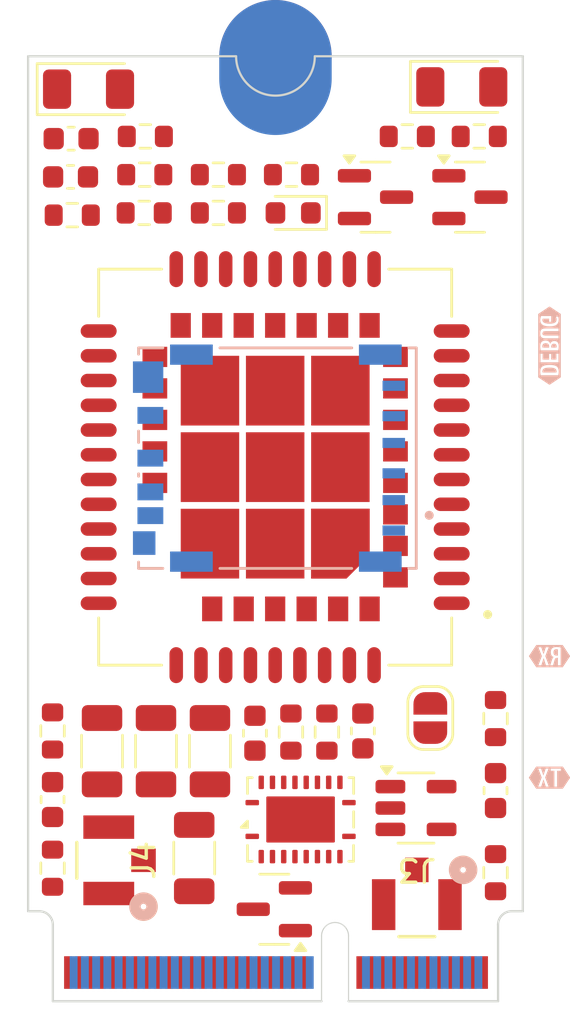
<source format=kicad_pcb>
(kicad_pcb (version 20240108) (generator "pcbnew") (generator_version "8.0")
  (layers (0 "F.Cu" signal) (1 "In1.Cu" signal) (2 "In2.Cu" signal) (31 "B.Cu" signal) (34 "B.Paste" user) (35 "F.Paste" user) (36 "B.SilkS" user "B.Silkscreen") (37 "F.SilkS" user "F.Silkscreen") (38 "B.Mask" user) (39 "F.Mask" user) (44 "Edge.Cuts" user))
  (net 0 "")
  (net 1 "GND")
  (net 3 "Net-(C7-Pad2)")
  (net 4 "GNSS_ANT")
  (net 5 "+1V8")
  (net 6 "SIM_VDD")
  (net 7 "Net-(D1-K)")
  (net 8 "Net-(D2-A)")
  (net 9 "Net-(D2-K)")
  (net 10 "SIM_DATA")
  (net 11 "SIM_CLK")
  (net 12 "SIM_RST")
  (net 13 "Net-(D4-K)")
  (net 14 "Net-(D4-A)")
  (net 18 "+3V3")
  (net 59 "Net-(JP1-A)")
  (net 60 "Net-(JP1-B)")
  (net 61 "Net-(Q1-B)")
  (net 62 "Net-(Q2-B)")
  (net 63 "PWR_KEY")
  (net 64 "Net-(Q3-B)")
  (net 65 "NETLIGHT")
  (net 66 "RF_ANT")
  (net 67 "SIM7080G_SCL")
  (net 68 "SIM7080G_SDA")
  (net 69 "STATUS")
  (net 70 "SIM7080G_PWR")
  (net 72 "SIM7080G_RXD")
  (net 73 "SIM7080G_TXD")
  (net 95 "UART1_RXD")
  (net 103 "UART1_TXD")
  (net 118 "Net-(J4-Pad1)")
  (footprint "Capacitor_SMD:C_0603_1608Metric" (layer "F.Cu") (at 84.1 54.9)
    (property "Reference" "C12" (hide yes))
    (property "Value" "0.1uF" (hide yes))
    (pad "1" smd roundrect (at -0.775 0) (size 0.9 0.95) (layers "F.Cu" "F.Paste" "F.Mask") (net 6 "SIM_VDD"))
    (pad "2" smd roundrect (at 0.775 0) (size 0.9 0.95) (layers "F.Cu" "F.Paste" "F.Mask") (net 1 "GND"))
  )
  (footprint "Resistor_SMD:R_0603_1608Metric" (layer "F.Cu") (at 93.925 54.8)
    (property "Reference" "R12" (hide yes))
    (property "Value" "100" (hide yes))
    (pad "1" smd roundrect (at -0.825 0) (size 0.8 0.95) (layers "F.Cu" "F.Paste" "F.Mask") (net 5 "+1V8"))
    (pad "2" smd roundrect (at 0.825 0) (size 0.8 0.95) (layers "F.Cu" "F.Paste" "F.Mask") (net 14 "Net-(D4-A)"))
  )
  (footprint "Capacitor_SMD:C_1206_3216Metric" (layer "F.Cu") (at 85.5 80.425 -90)
    (property "Reference" "C13" (hide yes))
    (property "Value" "100uF" (hide yes))
    (pad "1" smd roundrect (at -1.475 0 270) (size 1.15 1.8) (layers "F.Cu" "F.Paste" "F.Mask") (roundrect_rratio 0.217391) (net 18 "+3V3"))
    (pad "2" smd roundrect (at 1.475 0 270) (size 1.15 1.8) (layers "F.Cu" "F.Paste" "F.Mask") (roundrect_rratio 0.217391) (net 1 "GND"))
  )
  (footprint "Resistor_SMD:R_0603_1608Metric" (layer "F.Cu") (at 87.425 53.1)
    (property "Reference" "R7" (hide yes))
    (property "Value" "0K" (hide yes))
    (pad "1" smd roundrect (at -0.825 0) (size 0.8 0.95) (layers "F.Cu" "F.Paste" "F.Mask") (net 118 "Net-(J4-Pad1)"))
    (pad "2" smd roundrect (at 0.825 0) (size 0.8 0.95) (layers "F.Cu" "F.Paste" "F.Mask") (net 66 "RF_ANT"))
  )
  (footprint "Capacitor_SMD:C_1206_3216Metric" (layer "F.Cu") (at 89.6 85.175 90)
    (property "Reference" "C1" (hide yes))
    (property "Value" "100uF" (hide yes))
    (pad "1" smd roundrect (at -1.475 0 90) (size 1.15 1.8) (layers "F.Cu" "F.Paste" "F.Mask") (roundrect_rratio 0.217391) (net 18 "+3V3"))
    (pad "2" smd roundrect (at 1.475 0 90) (size 1.15 1.8) (layers "F.Cu" "F.Paste" "F.Mask") (roundrect_rratio 0.217391) (net 18 "+3V3"))
  )
  (footprint "Resistor_SMD:R_0603_1608Metric" (layer "F.Cu") (at 95.5 79.575 -90)
    (property "Reference" "R9" (hide yes))
    (property "Value" "47K" (hide yes))
    (pad "1" smd roundrect (at -0.825 0 270) (size 0.8 0.95) (layers "F.Cu" "F.Paste" "F.Mask") (net 1 "GND"))
    (pad "2" smd roundrect (at 0.825 0 270) (size 0.8 0.95) (layers "F.Cu" "F.Paste" "F.Mask") (net 61 "Net-(Q1-B)"))
  )
  (footprint "Package_TO_SOT_SMD:SOT-23-5" (layer "F.Cu") (at 99.4625 82.95)
    (property "Reference" "D3" (hide yes))
    (property "Value" "ESDA6V1SC5" (hide yes))
    (pad "1" smd roundrect (at -1.1375 -0.95) (size 1.325 0.6) (layers "F.Cu" "F.Paste" "F.Mask") (net 11 "SIM_CLK"))
    (pad "2" smd roundrect (at -1.1375 0) (size 1.325 0.6) (layers "F.Cu" "F.Paste" "F.Mask") (net 1 "GND"))
    (pad "3" smd roundrect (at -1.1375 0.95) (size 1.325 0.6) (layers "F.Cu" "F.Paste" "F.Mask") (net 10 "SIM_DATA"))
    (pad "4" smd roundrect (at 1.1375 0.95) (size 1.325 0.6) (layers "F.Cu" "F.Paste" "F.Mask") (net 12 "SIM_RST"))
    (pad "5" smd roundrect (at 1.1375 -0.95) (size 1.325 0.6) (layers "F.Cu" "F.Paste" "F.Mask") (net 6 "SIM_VDD"))
  )
  (footprint "Package_DFN_QFN:Texas_RGY_R-PVQFN-N20_EP2.05x3.05mm" (layer "F.Cu") (at 94.33 83.46 90)
    (property "Reference" "U3" (hide yes))
    (property "Value" "TXB0108RGY" (hide yes))
    (pad "1" smd roundrect (at -0.75 -2.15 180) (size 0.6 0.24) (layers "F.Cu" "F.Paste" "F.Mask") (roundrect_rratio 0.2083333333) (net 103 "UART1_TXD"))
    (pad "2" smd roundrect (at -1.65 -1.75 90) (size 0.6 0.24) (layers "F.Cu" "F.Paste" "F.Mask") (roundrect_rratio 0.2083333333) (net 5 "+1V8"))
    (pad "3" smd roundrect (at -1.65 -1.25 90) (size 0.6 0.24) (layers "F.Cu" "F.Paste" "F.Mask") (roundrect_rratio 0.2083333333) (net 95 "UART1_RXD"))
    (pad "4" smd roundrect (at -1.65 -0.75 90) (size 0.6 0.24) (layers "F.Cu" "F.Paste" "F.Mask") (roundrect_rratio 0.2083333333))
    (pad "5" smd roundrect (at -1.65 -0.25 90) (size 0.6 0.24) (layers "F.Cu" "F.Paste" "F.Mask") (roundrect_rratio 0.2083333333))
    (pad "6" smd roundrect (at -1.65 0.25 90) (size 0.6 0.24) (layers "F.Cu" "F.Paste" "F.Mask") (roundrect_rratio 0.2083333333))
    (pad "7" smd roundrect (at -1.65 0.75 90) (size 0.6 0.24) (layers "F.Cu" "F.Paste" "F.Mask") (roundrect_rratio 0.2083333333))
    (pad "8" smd roundrect (at -1.65 1.25 90) (size 0.6 0.24) (layers "F.Cu" "F.Paste" "F.Mask") (roundrect_rratio 0.2083333333))
    (pad "9" smd roundrect (at -1.65 1.75 90) (size 0.6 0.24) (layers "F.Cu" "F.Paste" "F.Mask") (roundrect_rratio 0.2083333333))
    (pad "10" smd roundrect (at -0.75 2.15 180) (size 0.6 0.24) (layers "F.Cu" "F.Paste" "F.Mask") (roundrect_rratio 0.2083333333) (net 5 "+1V8"))
    (pad "11" smd roundrect (at 0.75 2.15 180) (size 0.6 0.24) (layers "F.Cu" "F.Paste" "F.Mask") (roundrect_rratio 0.2083333333) (net 1 "GND"))
    (pad "12" smd roundrect (at 1.65 1.75 90) (size 0.6 0.24) (layers "F.Cu" "F.Paste" "F.Mask") (roundrect_rratio 0.2083333333))
    (pad "13" smd roundrect (at 1.65 1.25 90) (size 0.6 0.24) (layers "F.Cu" "F.Paste" "F.Mask") (roundrect_rratio 0.2083333333))
    (pad "14" smd roundrect (at 1.65 0.75 90) (size 0.6 0.24) (layers "F.Cu" "F.Paste" "F.Mask") (roundrect_rratio 0.2083333333))
    (pad "15" smd roundrect (at 1.65 0.25 90) (size 0.6 0.24) (layers "F.Cu" "F.Paste" "F.Mask") (roundrect_rratio 0.2083333333))
    (pad "16" smd roundrect (at 1.65 -0.25 90) (size 0.6 0.24) (layers "F.Cu" "F.Paste" "F.Mask") (roundrect_rratio 0.2083333333))
    (pad "17" smd roundrect (at 1.65 -0.75 90) (size 0.6 0.24) (layers "F.Cu" "F.Paste" "F.Mask") (roundrect_rratio 0.2083333333))
    (pad "18" smd roundrect (at 1.65 -1.25 90) (size 0.6 0.24) (layers "F.Cu" "F.Paste" "F.Mask") (roundrect_rratio 0.2083333333) (net 72 "SIM7080G_RXD"))
    (pad "19" smd roundrect (at 1.65 -1.75 90) (size 0.6 0.24) (layers "F.Cu" "F.Paste" "F.Mask") (roundrect_rratio 0.2083333333) (net 18 "+3V3"))
    (pad "20" smd roundrect (at 0.75 -2.15 180) (size 0.6 0.24) (layers "F.Cu" "F.Paste" "F.Mask") (roundrect_rratio 0.2083333333) (net 73 "SIM7080G_TXD"))
    (pad "21" smd roundrect (at 0 0 90) (size 2.05 3.05) (layers "F.Cu" "F.Mask") (roundrect_rratio 0.0243902439) (net 1 "GND"))
  )
  (footprint "Package_TO_SOT_SMD:SOT-23" (layer "F.Cu") (at 101.8625 55.8)
    (property "Reference" "Q2" (hide yes))
    (property "Value" "SS8050" (hide yes))
    (pad "1" smd roundrect (at -0.9375 -0.95) (size 1.475 0.6) (layers "F.Cu" "F.Paste" "F.Mask") (net 62 "Net-(Q2-B)"))
    (pad "2" smd roundrect (at -0.9375 0.95) (size 1.475 0.6) (layers "F.Cu" "F.Paste" "F.Mask") (net 1 "GND"))
    (pad "3" smd roundrect (at 0.9375 0) (size 1.475 0.6) (layers "F.Cu" "F.Paste" "F.Mask") (net 13 "Net-(D4-K)"))
  )
  (footprint "Resistor_SMD:R_0603_1608Metric" (layer "F.Cu") (at 83.3 85.625 90)
    (property "Reference" "R1" (hide yes))
    (property "Value" "100" (hide yes))
    (pad "1" smd roundrect (at -0.825 0 90) (size 0.8 0.95) (layers "F.Cu" "F.Paste" "F.Mask") (net 7 "Net-(D1-K)"))
    (pad "2" smd roundrect (at 0.825 0 90) (size 0.8 0.95) (layers "F.Cu" "F.Paste" "F.Mask") (net 1 "GND"))
  )
  (footprint "LED_SMD:LED_0603_1608Metric" (layer "F.Cu") (at 94 56.5 180)
    (property "Reference" "D1" (hide yes))
    (property "Value" "LED" (hide yes))
    (pad "1" smd roundrect (at -0.7875 0 180) (size 0.875 0.95) (layers "F.Cu" "F.Paste" "F.Mask") (net 7 "Net-(D1-K)"))
    (pad "2" smd roundrect (at 0.7875 0 180) (size 0.875 0.95) (layers "F.Cu" "F.Paste" "F.Mask") (net 18 "+3V3"))
  )
  (footprint "SIM7080G:XCVR_SIM7080G" (layer "F.Cu") (at 93.2 67.8 180)
    (property "Reference" "U2" (hide yes))
    (property "Value" "SIM7080G" (hide yes))
    (pad "1" smd oval (at -7.85 -6.05 180) (size 1.6 0.6) (layers "F.Cu" "F.Mask") (net 103 "UART1_TXD"))
    (pad "2" smd oval (at -7.85 -4.95 180) (size 1.6 0.6) (layers "F.Cu" "F.Mask") (net 95 "UART1_RXD"))
    (pad "3" smd oval (at -7.85 -3.85 180) (size 1.6 0.6) (layers "F.Cu" "F.Mask"))
    (pad "4" smd oval (at -7.85 -2.75 180) (size 1.6 0.6) (layers "F.Cu" "F.Mask"))
    (pad "5" smd oval (at -7.85 -1.65 180) (size 1.6 0.6) (layers "F.Cu" "F.Mask"))
    (pad "6" smd oval (at -7.85 -0.55 180) (size 1.6 0.6) (layers "F.Cu" "F.Mask"))
    (pad "7" smd oval (at -7.85 0.55 180) (size 1.6 0.6) (layers "F.Cu" "F.Mask"))
    (pad "8" smd oval (at -7.85 1.65 180) (size 1.6 0.6) (layers "F.Cu" "F.Mask") (net 1 "GND"))
    (pad "9" smd oval (at -7.85 2.75 180) (size 1.6 0.6) (layers "F.Cu" "F.Mask"))
    (pad "10" smd oval (at -7.85 3.85 180) (size 1.6 0.6) (layers "F.Cu" "F.Mask"))
    (pad "11" smd oval (at -7.85 4.95 180) (size 1.6 0.6) (layers "F.Cu" "F.Mask"))
    (pad "12" smd oval (at -7.85 6.05 180) (size 1.6 0.6) (layers "F.Cu" "F.Mask"))
    (pad "13" smd oval (at -4.4 8.8 180) (size 0.6 1.6) (layers "F.Cu" "F.Mask") (net 1 "GND"))
    (pad "14" smd oval (at -3.3 8.8 180) (size 0.6 1.6) (layers "F.Cu" "F.Mask"))
    (pad "15" smd oval (at -2.2 8.8 180) (size 0.6 1.6) (layers "F.Cu" "F.Mask") (net 10 "SIM_DATA"))
    (pad "16" smd oval (at -1.1 8.8 180) (size 0.6 1.6) (layers "F.Cu" "F.Mask") (net 11 "SIM_CLK"))
    (pad "17" smd oval (at 0 8.8 180) (size 0.6 1.6) (layers "F.Cu" "F.Mask") (net 12 "SIM_RST"))
    (pad "18" smd oval (at 1.1 8.8 180) (size 0.6 1.6) (layers "F.Cu" "F.Mask") (net 6 "SIM_VDD"))
    (pad "19" smd oval (at 2.2 8.8 180) (size 0.6 1.6) (layers "F.Cu" "F.Mask") (net 1 "GND"))
    (pad "20" smd oval (at 3.3 8.8 180) (size 0.6 1.6) (layers "F.Cu" "F.Mask") (net 60 "Net-(JP1-B)"))
    (pad "21" smd oval (at 4.4 8.8 180) (size 0.6 1.6) (layers "F.Cu" "F.Mask") (net 1 "GND"))
    (pad "22" smd oval (at 7.85 6.05 180) (size 1.6 0.6) (layers "F.Cu" "F.Mask"))
    (pad "23" smd oval (at 7.85 4.95 180) (size 1.6 0.6) (layers "F.Cu" "F.Mask"))
    (pad "24" smd oval (at 7.85 3.85 180) (size 1.6 0.6) (layers "F.Cu" "F.Mask"))
    (pad "25" smd oval (at 7.85 2.75 180) (size 1.6 0.6) (layers "F.Cu" "F.Mask"))
    (pad "26" smd oval (at 7.85 1.65 180) (size 1.6 0.6) (layers "F.Cu" "F.Mask"))
    (pad "27" smd oval (at 7.85 0.55 180) (size 1.6 0.6) (layers "F.Cu" "F.Mask") (net 1 "GND"))
    (pad "28" smd oval (at 7.85 -0.55 180) (size 1.6 0.6) (layers "F.Cu" "F.Mask"))
    (pad "29" smd oval (at 7.85 -1.65 180) (size 1.6 0.6) (layers "F.Cu" "F.Mask"))
    (pad "30" smd oval (at 7.85 -2.75 180) (size 1.6 0.6) (layers "F.Cu" "F.Mask") (net 1 "GND"))
    (pad "31" smd oval (at 7.85 -3.85 180) (size 1.6 0.6) (layers "F.Cu" "F.Mask") (net 1 "GND"))
    (pad "32" smd oval (at 7.85 -4.95 180) (size 1.6 0.6) (layers "F.Cu" "F.Mask") (net 66 "RF_ANT"))
    (pad "33" smd oval (at 7.85 -6.05 180) (size 1.6 0.6) (layers "F.Cu" "F.Mask") (net 1 "GND"))
    (pad "34" smd oval (at 4.4 -8.8 180) (size 0.6 1.6) (layers "F.Cu" "F.Mask") (net 18 "+3V3"))
    (pad "35" smd oval (at 3.3 -8.8 180) (size 0.6 1.6) (layers "F.Cu" "F.Mask") (net 18 "+3V3"))
    (pad "36" smd oval (at 2.2 -8.8 180) (size 0.6 1.6) (layers "F.Cu" "F.Mask") (net 1 "GND"))
    (pad "37" smd oval (at 1.1 -8.8 180) (size 0.6 1.6) (layers "F.Cu" "F.Mask") (net 1 "GND"))
    (pad "38" smd oval (at 0 -8.8 180) (size 0.6 1.6) (layers "F.Cu" "F.Mask"))
    (pad "39" smd oval (at -1.1 -8.8 180) (size 0.6 1.6) (layers "F.Cu" "F.Mask") (net 63 "PWR_KEY"))
    (pad "40" smd oval (at -2.2 -8.8 180) (size 0.6 1.6) (layers "F.Cu" "F.Mask") (net 5 "+1V8"))
    (pad "41" smd oval (at -3.3 -8.8 180) (size 0.6 1.6) (layers "F.Cu" "F.Mask") (net 65 "NETLIGHT"))
    (pad "42" smd oval (at -4.4 -8.8 180) (size 0.6 1.6) (layers "F.Cu" "F.Mask") (net 69 "STATUS"))
    (pad "43" smd rect (at -5.35 -4.9 180) (size 1.1 0.9) (layers "F.Cu" "F.Mask"))
    (pad "44" smd rect (at -5.35 -3.5 180) (size 1.1 0.9) (layers "F.Cu" "F.Mask"))
    (pad "45" smd rect (at -5.35 -2.1 180) (size 1.1 0.9) (layers "F.Cu" "F.Mask") (net 1 "GND"))
    (pad "46" smd rect (at -5.35 -0.7 180) (size 1.1 0.9) (layers "F.Cu" "F.Mask"))
    (pad "47" smd rect (at -5.35 0.7 180) (size 1.1 0.9) (layers "F.Cu" "F.Mask"))
    (pad "48" smd rect (at -5.35 2.1 180) (size 1.1 0.9) (layers "F.Cu" "F.Mask"))
    (pad "49" smd rect (at -5.35 3.5 180) (size 1.1 0.9) (layers "F.Cu" "F.Mask"))
    (pad "50" smd rect (at -5.35 4.9 180) (size 1.1 0.9) (layers "F.Cu" "F.Mask"))
    (pad "51" smd rect (at -4.2 6.3 180) (size 0.9 1.1) (layers "F.Cu" "F.Mask"))
    (pad "52" smd rect (at -2.8 6.3 180) (size 0.9 1.1) (layers "F.Cu" "F.Mask"))
    (pad "53" smd rect (at -1.4 6.3 180) (size 0.9 1.1) (layers "F.Cu" "F.Mask"))
    (pad "54" smd rect (at 0 6.3 180) (size 0.9 1.1) (layers "F.Cu" "F.Mask"))
    (pad "55" smd rect (at 1.4 6.3 180) (size 0.9 1.1) (layers "F.Cu" "F.Mask"))
    (pad "56" smd rect (at 2.8 6.3 180) (size 0.9 1.1) (layers "F.Cu" "F.Mask"))
    (pad "57" smd rect (at 4.2 6.3 180) (size 0.9 1.1) (layers "F.Cu" "F.Mask"))
    (pad "58" smd rect (at 5.35 4.9 180) (size 1.1 0.9) (layers "F.Cu" "F.Mask"))
    (pad "59" smd rect (at 5.35 3.5 180) (size 1.1 0.9) (layers "F.Cu" "F.Mask"))
    (pad "60" smd rect (at 5.35 2.1 180) (size 1.1 0.9) (layers "F.Cu" "F.Mask"))
    (pad "61" smd rect (at 5.35 0.7 180) (size 1.1 0.9) (layers "F.Cu" "F.Mask"))
    (pad "62" smd rect (at 5.35 -0.7 180) (size 1.1 0.9) (layers "F.Cu" "F.Mask"))
    (pad "63" smd rect (at 2.8 -6.3 180) (size 0.9 1.1) (layers "F.Cu" "F.Mask") (net 1 "GND"))
    (pad "64" smd rect (at 1.4 -6.3 180) (size 0.9 1.1) (layers "F.Cu" "F.Mask") (net 68 "SIM7080G_SDA"))
    (pad "65" smd rect (at 0 -6.3 180) (size 0.9 1.1) (layers "F.Cu" "F.Mask") (net 67 "SIM7080G_SCL"))
    (pad "66" smd rect (at -1.4 -6.3 180) (size 0.9 1.1) (layers "F.Cu" "F.Mask") (net 1 "GND"))
    (pad "67" smd rect (at -2.8 -6.3 180) (size 0.9 1.1) (layers "F.Cu" "F.Mask") (net 1 "GND"))
    (pad "68" smd rect (at -4.2 -6.3 180) (size 0.9 1.1) (layers "F.Cu" "F.Mask") (net 4 "GNSS_ANT"))
    (pad "69" smd custom (at -2.9 -3.4 180) (size 1 1) (layers "F.Cu") (net 1 "GND") (options (clearance outline) (anchor rect)) (primitives (gr_poly (pts (xy 1.3 1.55) (xy -1.3 1.55) (xy -1.3 -0.52) (xy -0.27 -1.55) (xy 1.3 -1.55)) (width 0.01) (fill yes))))
    (pad "70" smd rect (at -2.9 0 180) (size 2.6 3.1) (layers "F.Cu" "F.Mask") (net 1 "GND"))
    (pad "71" smd rect (at -2.9 3.4 180) (size 2.6 3.1) (layers "F.Cu" "F.Mask") (net 1 "GND"))
    (pad "72" smd rect (at 0 3.4 180) (size 2.6 3.1) (layers "F.Cu" "F.Mask") (net 1 "GND"))
    (pad "73" smd rect (at 2.9 3.4 180) (size 2.6 3.1) (layers "F.Cu" "F.Mask") (net 1 "GND"))
    (pad "74" smd rect (at 2.9 0 180) (size 2.6 3.1) (layers "F.Cu" "F.Mask") (net 1 "GND"))
    (pad "75" smd rect (at 2.9 -3.4 180) (size 2.6 3.1) (layers "F.Cu" "F.Mask") (net 1 "GND"))
    (pad "76" smd rect (at 0 -3.4 180) (size 2.6 3.1) (layers "F.Cu" "F.Mask") (net 1 "GND"))
    (pad "77" smd rect (at 0 0 180) (size 2.6 3.1) (layers "F.Cu" "F.Mask") (net 1 "GND"))
  )
  (footprint "LED_SMD:LED_1206_3216Metric" (layer "F.Cu") (at 101.5 50.9)
    (property "Reference" "D4" (hide yes))
    (property "Value" "LED" (hide yes))
    (pad "1" smd roundrect (at -1.4 0) (size 1.25 1.75) (layers "F.Cu" "F.Paste" "F.Mask") (roundrect_rratio 0.2) (net 13 "Net-(D4-K)"))
    (pad "2" smd roundrect (at 1.4 0) (size 1.25 1.75) (layers "F.Cu" "F.Paste" "F.Mask") (roundrect_rratio 0.2) (net 14 "Net-(D4-A)"))
  )
  (footprint "Resistor_SMD:R_0603_1608Metric" (layer "F.Cu") (at 87.4 54.8)
    (property "Reference" "R15" (hide yes))
    (property "Value" "4.7K" (hide yes))
    (pad "1" smd roundrect (at -0.825 0) (size 0.8 0.95) (layers "F.Cu" "F.Paste" "F.Mask") (net 64 "Net-(Q3-B)"))
    (pad "2" smd roundrect (at 0.825 0) (size 0.8 0.95) (layers "F.Cu" "F.Paste" "F.Mask") (net 70 "SIM7080G_PWR"))
  )
  (footprint "Resistor_SMD:R_0603_1608Metric" (layer "F.Cu") (at 84.175 56.6)
    (property "Reference" "R13" (hide yes))
    (property "Value" "4.7K" (hide yes))
    (pad "1" smd roundrect (at -0.825 0) (size 0.8 0.95) (layers "F.Cu" "F.Paste" "F.Mask") (net 62 "Net-(Q2-B)"))
    (pad "2" smd roundrect (at 0.825 0) (size 0.8 0.95) (layers "F.Cu" "F.Paste" "F.Mask") (net 69 "STATUS"))
  )
  (footprint "LED_SMD:LED_1206_3216Metric" (layer "F.Cu") (at 84.9 51)
    (property "Reference" "D2" (hide yes))
    (property "Value" "LED" (hide yes))
    (pad "1" smd roundrect (at -1.4 0) (size 1.25 1.75) (layers "F.Cu" "F.Paste" "F.Mask") (roundrect_rratio 0.2) (net 9 "Net-(D2-K)"))
    (pad "2" smd roundrect (at 1.4 0) (size 1.25 1.75) (layers "F.Cu" "F.Paste" "F.Mask") (roundrect_rratio 0.2) (net 8 "Net-(D2-A)"))
  )
  (footprint "Resistor_SMD:R_0603_1608Metric" (layer "F.Cu") (at 93.9 79.575 90)
    (property "Reference" "R6" (hide yes))
    (property "Value" "4.7K" (hide yes))
    (pad "1" smd roundrect (at -0.825 0 90) (size 0.8 0.95) (layers "F.Cu" "F.Paste" "F.Mask") (net 61 "Net-(Q1-B)"))
    (pad "2" smd roundrect (at 0.825 0 90) (size 0.8 0.95) (layers "F.Cu" "F.Paste" "F.Mask") (net 65 "NETLIGHT"))
  )
  (footprint "Capacitor_SMD:C_1206_3216Metric" (layer "F.Cu") (at 87.9 80.425 -90)
    (property "Reference" "C14" (hide yes))
    (property "Value" "100uF" (hide yes))
    (pad "1" smd roundrect (at -1.475 0 270) (size 1.15 1.8) (layers "F.Cu" "F.Paste" "F.Mask") (roundrect_rratio 0.217391) (net 18 "+3V3"))
    (pad "2" smd roundrect (at 1.475 0 270) (size 1.15 1.8) (layers "F.Cu" "F.Paste" "F.Mask") (roundrect_rratio 0.217391) (net 1 "GND"))
  )
  (footprint "Capacitor_SMD:C_0603_1608Metric" (layer "F.Cu") (at 84.125 53.2 180)
    (property "Reference" "C7" (hide yes))
    (property "Value" "33pF" (hide yes))
    (pad "1" smd roundrect (at -0.775 0 180) (size 0.9 0.95) (layers "F.Cu" "F.Paste" "F.Mask") (net 4 "GNSS_ANT"))
    (pad "2" smd roundrect (at 0.775 0 180) (size 0.9 0.95) (layers "F.Cu" "F.Paste" "F.Mask") (net 3 "Net-(C7-Pad2)"))
  )
  (footprint "Resistor_SMD:R_0603_1608Metric" (layer "F.Cu") (at 99.075 53.1 180)
    (property "Reference" "R14" (hide yes))
    (property "Value" "47K" (hide yes))
    (pad "1" smd roundrect (at -0.825 0 180) (size 0.8 0.95) (layers "F.Cu" "F.Paste" "F.Mask") (net 1 "GND"))
    (pad "2" smd roundrect (at 0.825 0 180) (size 0.8 0.95) (layers "F.Cu" "F.Paste" "F.Mask") (net 62 "Net-(Q2-B)"))
  )
  (footprint "Capacitor_SMD:C_0603_1608Metric" (layer "F.Cu") (at 83.3 82.575 90)
    (property "Reference" "C2" (hide yes))
    (property "Value" "1uF" (hide yes))
    (pad "1" smd roundrect (at -0.775 0 90) (size 0.9 0.95) (layers "F.Cu" "F.Paste" "F.Mask") (net 18 "+3V3"))
    (pad "2" smd roundrect (at 0.775 0 90) (size 0.9 0.95) (layers "F.Cu" "F.Paste" "F.Mask") (net 18 "+3V3"))
  )
  (footprint "Resistor_SMD:R_0603_1608Metric" (layer "F.Cu") (at 83.3 79.525 90)
    (property "Reference" "R8" (hide yes))
    (property "Value" "1K" (hide yes))
    (pad "1" smd roundrect (at -0.825 0 90) (size 0.8 0.95) (layers "F.Cu" "F.Paste" "F.Mask") (net 5 "+1V8"))
    (pad "2" smd roundrect (at 0.825 0 90) (size 0.8 0.95) (layers "F.Cu" "F.Paste" "F.Mask") (net 67 "SIM7080G_SCL"))
  )
  (footprint "Capacitor_SMD:C_1206_3216Metric" (layer "F.Cu") (at 90.3 80.425 -90)
    (property "Reference" "C15" (hide yes))
    (property "Value" "100uF" (hide yes))
    (pad "1" smd roundrect (at -1.475 0 270) (size 1.15 1.8) (layers "F.Cu" "F.Paste" "F.Mask") (roundrect_rratio 0.217391) (net 18 "+3V3"))
    (pad "2" smd roundrect (at 1.475 0 270) (size 1.15 1.8) (layers "F.Cu" "F.Paste" "F.Mask") (roundrect_rratio 0.217391) (net 1 "GND"))
  )
  (footprint "Package_TO_SOT_SMD:SOT-23" (layer "F.Cu") (at 97.6625 55.8)
    (property "Reference" "Q3" (hide yes))
    (property "Value" "SS8050" (hide yes))
    (pad "1" smd roundrect (at -0.9375 -0.95) (size 1.475 0.6) (layers "F.Cu" "F.Paste" "F.Mask") (net 64 "Net-(Q3-B)"))
    (pad "2" smd roundrect (at -0.9375 0.95) (size 1.475 0.6) (layers "F.Cu" "F.Paste" "F.Mask") (net 1 "GND"))
    (pad "3" smd roundrect (at 0.9375 0) (size 1.475 0.6) (layers "F.Cu" "F.Paste" "F.Mask") (net 63 "PWR_KEY"))
  )
  (footprint "CONUFL001_SMD_T:CONN1_CONUFL_TEC" (layer "F.Cu") (at 85.8 85.275001 90)
    (property "Reference" "J4" (at 0 1.544599 90) (layer "F.SilkS"))
    (property "Value" "RF Antenna" (hide yes))
    (pad "1" smd rect (at 0 1.544599 90) (size 1.0414 1.0922) (layers "F.Cu" "F.Paste" "F.Mask") (net 118 "Net-(J4-Pad1)"))
    (pad "2" smd rect (at -1.475001 0 90) (size 1.0414 2.2606) (layers "F.Cu" "F.Paste" "F.Mask") (net 1 "GND"))
    (pad "3" smd rect (at 1.475001 0 90) (size 1.0414 2.2606) (layers "F.Cu" "F.Paste" "F.Mask") (net 1 "GND"))
  )
  (footprint "Jumper:SolderJumper-2_P1.3mm_Open_RoundedPad1.0x1.5mm" (layer "F.Cu") (at 100.1 78.95 -90)
    (property "Reference" "JP1" (hide yes))
    (property "Value" "SolderJumper_2_Open" (hide yes))
    (pad "1" smd custom (at -0.65 0 270) (size 1 0.5) (layers "F.Cu" "F.Mask") (net 59 "Net-(JP1-A)") (options (clearance outline) (anchor rect)) (primitives (gr_circle (center 0 0.25) (end 0.5 0.25) (width 0) (fill yes)) (gr_circle (center 0 -0.25) (end 0.5 -0.25) (width 0) (fill yes)) (gr_poly (pts (xy 0.5 0.75) (xy 0 0.75) (xy 0 -0.75) (xy 0.5 -0.75)) (width 0) (fill yes))))
    (pad "2" smd custom (at 0.65 0 270) (size 1 0.5) (layers "F.Cu" "F.Mask") (net 60 "Net-(JP1-B)") (options (clearance outline) (anchor rect)) (primitives (gr_circle (center 0 0.25) (end 0.5 0.25) (width 0) (fill yes)) (gr_circle (center 0 -0.25) (end 0.5 -0.25) (width 0) (fill yes)) (gr_poly (pts (xy 0 0.75) (xy -0.5 0.75) (xy -0.5 -0.75) (xy 0 -0.75)) (width 0) (fill yes))))
  )
  (footprint "M.2-Key-E-Footprints-master:2242-key-E" (layer "F.Cu") (at 81.2125 48.5375)
    (property "Reference" "J1" (hide yes))
    (property "Value" "Bus_M.2_Socket_E")
    (fp_line (start 1 1) (end 1 39) (stroke (width 0.1)) (layer "Edge.Cuts"))
    (fp_line (start 1 1) (end 10.25 1) (stroke (width 0.1)) (layer "Edge.Cuts"))
    (fp_line (start 1 39) (end 1.5 39) (stroke (width 0.1)) (layer "Edge.Cuts"))
    (fp_line (start 2.1 39.6) (end 2.1 43) (stroke (width 0.1)) (layer "Edge.Cuts"))
    (fp_line (start 2.1 43) (end 14.05 43) (stroke (width 0.1)) (layer "Edge.Cuts"))
    (fp_line (start 14.05 43) (end 14.05 40.1) (stroke (width 0.05)) (layer "Edge.Cuts"))
    (fp_line (start 15.25 40.1) (end 15.25 43) (stroke (width 0.05)) (layer "Edge.Cuts"))
    (fp_line (start 15.25 43) (end 21.9 43) (stroke (width 0.1)) (layer "Edge.Cuts"))
    (fp_line (start 21.9 39.6) (end 21.9 43) (stroke (width 0.1)) (layer "Edge.Cuts"))
    (fp_line (start 23 1) (end 13.75 1) (stroke (width 0.1)) (layer "Edge.Cuts"))
    (fp_line (start 23 1) (end 23 39) (stroke (width 0.1)) (layer "Edge.Cuts"))
    (fp_line (start 23 39) (end 22.5 39) (stroke (width 0.1)) (layer "Edge.Cuts"))
    (fp_arc (start 1.5 39) (mid 1.924264 39.175736) (end 2.1 39.6) (stroke (width 0.1)) (layer "Edge.Cuts"))
    (fp_arc (start 13.75 1) (mid 12 2.75) (end 10.25 1) (stroke (width 0.1)) (layer "Edge.Cuts"))
    (fp_arc (start 14.05 40.1) (mid 14.65 39.5) (end 15.25 40.1) (stroke (width 0.05)) (layer "Edge.Cuts"))
    (fp_arc (start 21.9 39.6) (mid 22.075736 39.175736) (end 22.5 39) (stroke (width 0.1)) (layer "Edge.Cuts"))
    (pad "1" connect rect (at 21.275 41.725) (size 0.35 1.45) (layers "F.Cu" "F.Mask") (net 1 "GND"))
    (pad "2" connect rect (at 21.025 41.725) (size 0.35 1.45) (layers "B.Cu" "B.Mask") (net 18 "+3V3"))
    (pad "3" connect rect (at 20.775 41.725) (size 0.35 1.45) (layers "F.Cu" "F.Mask"))
    (pad "4" connect rect (at 20.525 41.725) (size 0.35 1.45) (layers "B.Cu" "B.Mask") (net 18 "+3V3"))
    (pad "5" connect rect (at 20.275 41.725) (size 0.35 1.45) (layers "F.Cu" "F.Mask"))
    (pad "6" connect rect (at 20.025 41.725) (size 0.35 1.45) (layers "B.Cu" "B.Mask"))
    (pad "7" connect rect (at 19.775 41.725) (size 0.35 1.45) (layers "F.Cu" "F.Mask") (net 1 "GND"))
    (pad "8" connect rect (at 19.525 41.725) (size 0.35 1.45) (layers "B.Cu" "B.Mask"))
    (pad "9" connect rect (at 19.275 41.725) (size 0.35 1.45) (layers "F.Cu" "F.Mask") (net 73 "SIM7080G_TXD"))
    (pad "10" connect rect (at 19.025 41.725) (size 0.35 1.45) (layers "B.Cu" "B.Mask"))
    (pad "11" connect rect (at 18.775 41.725) (size 0.35 1.45) (layers "F.Cu" "F.Mask") (net 72 "SIM7080G_RXD"))
    (pad "12" connect rect (at 18.525 41.725) (size 0.35 1.45) (layers "B.Cu" "B.Mask"))
    (pad "13" connect rect (at 18.275 41.725) (size 0.35 1.45) (layers "F.Cu" "F.Mask") (net 70 "SIM7080G_PWR"))
    (pad "14" connect rect (at 18.025 41.725) (size 0.35 1.45) (layers "B.Cu" "B.Mask"))
    (pad "15" connect rect (at 17.775 41.725) (size 0.35 1.45) (layers "F.Cu" "F.Mask"))
    (pad "16" connect rect (at 17.525 41.725) (size 0.35 1.45) (layers "B.Cu" "B.Mask"))
    (pad "17" connect rect (at 17.275 41.725) (size 0.35 1.45) (layers "F.Cu" "F.Mask"))
    (pad "18" connect rect (at 17.025 41.725) (size 0.35 1.45) (layers "B.Cu" "B.Mask") (net 1 "GND"))
    (pad "19" connect rect (at 16.775 41.725) (size 0.35 1.45) (layers "F.Cu" "F.Mask"))
    (pad "20" connect rect (at 16.525 41.725) (size 0.35 1.45) (layers "B.Cu" "B.Mask"))
    (pad "21" connect rect (at 16.275 41.725) (size 0.35 1.45) (layers "F.Cu" "F.Mask"))
    (pad "22" connect rect (at 16.025 41.725) (size 0.35 1.45) (layers "B.Cu" "B.Mask"))
    (pad "23" connect rect (at 15.775 41.725) (size 0.35 1.45) (layers "F.Cu" "F.Mask"))
    (pad "32" connect rect (at 13.525 41.725) (size 0.35 1.45) (layers "B.Cu" "B.Mask"))
    (pad "33" connect rect (at 13.275 41.725) (size 0.35 1.45) (layers "F.Cu" "F.Mask") (net 1 "GND"))
    (pad "34" connect rect (at 13.025 41.725) (size 0.35 1.45) (layers "B.Cu" "B.Mask"))
    (pad "35" connect rect (at 12.775 41.725) (size 0.35 1.45) (layers "F.Cu" "F.Mask"))
    (pad "36" connect rect (at 12.525 41.725) (size 0.35 1.45) (layers "B.Cu" "B.Mask"))
    (pad "37" connect rect (at 12.275 41.725) (size 0.35 1.45) (layers "F.Cu" "F.Mask"))
    (pad "38" connect rect (at 12.025 41.725) (size 0.35 1.45) (layers "B.Cu" "B.Mask") (net 67 "SIM7080G_SCL"))
    (pad "39" connect rect (at 11.775 41.725) (size 0.35 1.45) (layers "F.Cu" "F.Mask") (net 1 "GND"))
    (pad "40" connect rect (at 11.525 41.725) (size 0.35 1.45) (layers "B.Cu" "B.Mask") (net 68 "SIM7080G_SDA"))
    (pad "41" connect rect (at 11.275 41.725) (size 0.35 1.45) (layers "F.Cu" "F.Mask"))
    (pad "42" connect rect (at 11.025 41.725) (size 0.35 1.45) (layers "B.Cu" "B.Mask"))
    (pad "43" connect rect (at 10.775 41.725) (size 0.35 1.45) (layers "F.Cu" "F.Mask"))
    (pad "44" connect rect (at 10.525 41.725) (size 0.35 1.45) (layers "B.Cu" "B.Mask"))
    (pad "45" connect rect (at 10.275 41.725) (size 0.35 1.45) (layers "F.Cu" "F.Mask") (net 1 "GND"))
    (pad "46" connect rect (at 10.025 41.725) (size 0.35 1.45) (layers "B.Cu" "B.Mask"))
    (pad "47" connect rect (at 9.775 41.725) (size 0.35 1.45) (layers "F.Cu" "F.Mask"))
    (pad "48" connect rect (at 9.525 41.725) (size 0.35 1.45) (layers "B.Cu" "B.Mask"))
    (pad "49" connect rect (at 9.275 41.725) (size 0.35 1.45) (layers "F.Cu" "F.Mask"))
    (pad "50" connect rect (at 9.025 41.725) (size 0.35 1.45) (layers "B.Cu" "B.Mask"))
    (pad "51" connect rect (at 8.775 41.725) (size 0.35 1.45) (layers "F.Cu" "F.Mask") (net 1 "GND"))
    (pad "52" connect rect (at 8.525 41.725) (size 0.35 1.45) (layers "B.Cu" "B.Mask"))
    (pad "53" connect rect (at 8.275 41.725) (size 0.35 1.45) (layers "F.Cu" "F.Mask"))
    (pad "54" connect rect (at 8.025 41.725) (size 0.35 1.45) (layers "B.Cu" "B.Mask"))
    (pad "55" connect rect (at 7.775 41.725) (size 0.35 1.45) (layers "F.Cu" "F.Mask"))
    (pad "56" connect rect (at 7.525 41.725) (size 0.35 1.45) (layers "B.Cu" "B.Mask"))
    (pad "57" connect rect (at 7.275 41.725) (size 0.35 1.45) (layers "F.Cu" "F.Mask") (net 1 "GND"))
    (pad "58" connect rect (at 7.025 41.725) (size 0.35 1.45) (layers "B.Cu" "B.Mask"))
    (pad "59" connect rect (at 6.775 41.725) (size 0.35 1.45) (layers "F.Cu" "F.Mask"))
    (pad "60" connect rect (at 6.525 41.725) (size 0.35 1.45) (layers "B.Cu" "B.Mask"))
    (pad "61" connect rect (at 6.275 41.725) (size 0.35 1.45) (layers "F.Cu" "F.Mask"))
    (pad "62" connect rect (at 6.025 41.725) (size 0.35 1.45) (layers "B.Cu" "B.Mask"))
    (pad "63" connect rect (at 5.775 41.725) (size 0.35 1.45) (layers "F.Cu" "F.Mask") (net 1 "GND"))
    (pad "64" connect rect (at 5.525 41.725) (size 0.35 1.45) (layers "B.Cu" "B.Mask"))
    (pad "65" connect rect (at 5.275 41.725) (size 0.35 1.45) (layers "F.Cu" "F.Mask"))
    (pad "66" connect rect (at 5.025 41.725) (size 0.35 1.45) (layers "B.Cu" "B.Mask"))
    (pad "67" connect rect (at 4.775 41.725) (size 0.35 1.45) (layers "F.Cu" "F.Mask"))
    (pad "68" connect rect (at 4.525 41.725) (size 0.35 1.45) (layers "B.Cu" "B.Mask"))
    (pad "69" connect rect (at 4.275 41.725) (size 0.35 1.45) (layers "F.Cu" "F.Mask") (net 1 "GND"))
    (pad "70" connect rect (at 4.025 41.725) (size 0.35 1.45) (layers "B.Cu" "B.Mask"))
    (pad "71" connect rect (at 3.775 41.725) (size 0.35 1.45) (layers "F.Cu" "F.Mask"))
    (pad "72" connect rect (at 3.525 41.725) (size 0.35 1.45) (layers "B.Cu" "B.Mask") (net 18 "+3V3"))
    (pad "73" connect rect (at 3.275 41.725) (size 0.35 1.45) (layers "F.Cu" "F.Mask"))
    (pad "74" connect rect (at 3.025 41.725) (size 0.35 1.45) (layers "B.Cu" "B.Mask") (net 18 "+3V3"))
    (pad "75" connect rect (at 2.775 41.725) (size 0.35 1.45) (layers "F.Cu" "F.Mask") (net 1 "GND"))
    (pad "76" connect circle (at 12 1) (size 5 5) (layers "F.Cu" "F.Mask"))
    (pad "77" connect oval (at 12 1.5) (size 5 6) (layers "B.Cu" "B.Mask"))
  )
  (footprint "Resistor_SMD:R_0603_1608Metric" (layer "F.Cu") (at 103 85.825 -90)
    (property "Reference" "R5" (hide yes))
    (property "Value" "10K" (hide yes))
    (pad "1" smd roundrect (at -0.825 0 270) (size 0.8 0.95) (layers "F.Cu" "F.Paste" "F.Mask") (net 59 "Net-(JP1-A)"))
    (pad "2" smd roundrect (at 0.825 0 270) (size 0.8 0.95) (layers "F.Cu" "F.Paste" "F.Mask") (net 5 "+1V8"))
  )
  (footprint "CONUFL001_SMD_T:CONN1_CONUFL_TEC" (layer "F.Cu") (at 99.5 87.244599 180)
    (property "Reference" "J3" (at 0 1.544599 180) (layer "F.SilkS"))
    (property "Value" "GNSS Antenna" (hide yes))
    (pad "1" smd rect (at 0 1.544599 180) (size 1.0414 1.0922) (layers "F.Cu" "F.Paste" "F.Mask") (net 3 "Net-(C7-Pad2)"))
    (pad "2" smd rect (at -1.475001 0 180) (size 1.0414 2.2606) (layers "F.Cu" "F.Paste" "F.Mask") (net 1 "GND"))
    (pad "3" smd rect (at 1.475001 0 180) (size 1.0414 2.2606) (layers "F.Cu" "F.Paste" "F.Mask") (net 1 "GND"))
  )
  (footprint "Resistor_SMD:R_0603_1608Metric" (layer "F.Cu") (at 87.375 56.5 180)
    (property "Reference" "R16" (hide yes))
    (property "Value" "47K" (hide yes))
    (pad "1" smd roundrect (at -0.825 0 180) (size 0.8 0.95) (layers "F.Cu" "F.Paste" "F.Mask") (net 1 "GND"))
    (pad "2" smd roundrect (at 0.825 0 180) (size 0.8 0.95) (layers "F.Cu" "F.Paste" "F.Mask") (net 64 "Net-(Q3-B)"))
  )
  (footprint "Resistor_SMD:R_0603_1608Metric" (layer "F.Cu") (at 103 78.975 -90)
    (property "Reference" "R10" (hide yes))
    (property "Value" "1K" (hide yes))
    (pad "1" smd roundrect (at -0.825 0 270) (size 0.8 0.95) (layers "F.Cu" "F.Paste" "F.Mask") (net 5 "+1V8"))
    (pad "2" smd roundrect (at 0.825 0 270) (size 0.8 0.95) (layers "F.Cu" "F.Paste" "F.Mask") (net 68 "SIM7080G_SDA"))
  )
  (footprint "Resistor_SMD:R_0603_1608Metric" (layer "F.Cu") (at 90.675 56.5 180)
    (property "Reference" "R3" (hide yes))
    (property "Value" "100" (hide yes))
    (pad "1" smd roundrect (at -0.825 0 180) (size 0.8 0.95) (layers "F.Cu" "F.Paste" "F.Mask") (net 5 "+1V8"))
    (pad "2" smd roundrect (at 0.825 0 180) (size 0.8 0.95) (layers "F.Cu" "F.Paste" "F.Mask") (net 8 "Net-(D2-A)"))
  )
  (footprint "Capacitor_SMD:C_0603_1608Metric" (layer "F.Cu") (at 92.3 79.625 -90)
    (property "Reference" "C16" (hide yes))
    (property "Value" "1uF" (hide yes))
    (pad "1" smd roundrect (at -0.775 0 270) (size 0.9 0.95) (layers "F.Cu" "F.Paste" "F.Mask") (net 18 "+3V3"))
    (pad "2" smd roundrect (at 0.775 0 270) (size 0.9 0.95) (layers "F.Cu" "F.Paste" "F.Mask") (net 1 "GND"))
  )
  (footprint "Package_TO_SOT_SMD:SOT-23" (layer "F.Cu") (at 93.1625 87.45 180)
    (property "Reference" "Q1" (hide yes))
    (property "Value" "SS8050" (hide yes))
    (pad "1" smd roundrect (at -0.9375 -0.95 180) (size 1.475 0.6) (layers "F.Cu" "F.Paste" "F.Mask") (net 61 "Net-(Q1-B)"))
    (pad "2" smd roundrect (at -0.9375 0.95 180) (size 1.475 0.6) (layers "F.Cu" "F.Paste" "F.Mask") (net 1 "GND"))
    (pad "3" smd roundrect (at 0.9375 0 180) (size 1.475 0.6) (layers "F.Cu" "F.Paste" "F.Mask") (net 9 "Net-(D2-K)"))
  )
  (footprint "Resistor_SMD:R_0603_1608Metric" (layer "F.Cu") (at 102.275 53.1 180)
    (property "Reference" "R11" (hide yes))
    (property "Value" "100" (hide yes))
    (pad "1" smd roundrect (at -0.825 0 180) (size 0.8 0.95) (layers "F.Cu" "F.Paste" "F.Mask") (net 5 "+1V8"))
    (pad "2" smd roundrect (at 0.825 0 180) (size 0.8 0.95) (layers "F.Cu" "F.Paste" "F.Mask") (net 14 "Net-(D4-A)"))
  )
  (footprint "Capacitor_SMD:C_0603_1608Metric" (layer "F.Cu") (at 97.1 79.525 -90)
    (property "Reference" "C11" (hide yes))
    (property "Value" "0.1uF" (hide yes))
    (pad "1" smd roundrect (at -0.775 0 270) (size 0.9 0.95) (layers "F.Cu" "F.Paste" "F.Mask") (net 18 "+3V3"))
    (pad "2" smd roundrect (at 0.775 0 270) (size 0.9 0.95) (layers "F.Cu" "F.Paste" "F.Mask") (net 1 "GND"))
  )
  (footprint "Capacitor_SMD:C_0603_1608Metric" (layer "F.Cu") (at 103 82.175 90)
    (property "Reference" "C10" (hide yes))
    (property "Value" "0.1uF" (hide yes))
    (pad "1" smd roundrect (at -0.775 0 90) (size 0.9 0.95) (layers "F.Cu" "F.Paste" "F.Mask") (net 5 "+1V8"))
    (pad "2" smd roundrect (at 0.775 0 90) (size 0.9 0.95) (layers "F.Cu" "F.Paste" "F.Mask") (net 1 "GND"))
  )
  (footprint "Resistor_SMD:R_0603_1608Metric" (layer "F.Cu") (at 90.675 54.8 180)
    (property "Reference" "R4" (hide yes))
    (property "Value" "100" (hide yes))
    (pad "1" smd roundrect (at -0.825 0 180) (size 0.8 0.95) (layers "F.Cu" "F.Paste" "F.Mask") (net 5 "+1V8"))
    (pad "2" smd roundrect (at 0.825 0 180) (size 0.8 0.95) (layers "F.Cu" "F.Paste" "F.Mask") (net 8 "Net-(D2-A)"))
  )
  (footprint "kibuzzard-6729E0DB" (layer "B.Cu") (at 105.4 62.4 90)
    (property "Reference" "kibuzzard-6729E0DB" (hide yes))
    (property "Value" "G***" (hide yes))
  )
  (footprint "kibuzzard-6729E0B5" (layer "B.Cu") (at 105.4 76.2 180)
    (property "Reference" "kibuzzard-6729E0B5" (hide yes))
    (property "Value" "G***" (hide yes))
  )
  (footprint "kibuzzard-6729E0D0" (layer "B.Cu") (at 105.4 81.6 180)
    (property "Reference" "kibuzzard-6729E0D0" (hide yes))
    (property "Value" "G***" (hide yes))
  )
  (footprint "NSIM_5_B:CUI_NSIM-5-B" (layer "B.Cu") (at 93.3 67.4 -90)
    (property "Reference" "J5" (hide yes))
    (property "Value" "NSIM-5-B" (hide yes))
    (pad "C1_1" smd rect (at 3.215 -5.175 270) (size 0.45 1) (layers "B.Cu" "B.Paste" "B.Mask") (net 6 "SIM_VDD"))
    (pad "C1_2" smd rect (at 1.865 -5.175 270) (size 0.45 1) (layers "B.Cu" "B.Paste" "B.Mask") (net 6 "SIM_VDD"))
    (pad "C2_1" smd rect (at 0.675 -5.175 270) (size 0.45 1) (layers "B.Cu" "B.Paste" "B.Mask") (net 12 "SIM_RST"))
    (pad "C2_2" smd rect (at -0.675 -5.175 270) (size 0.45 1) (layers "B.Cu" "B.Paste" "B.Mask") (net 12 "SIM_RST"))
    (pad "C3_1" smd rect (at -1.865 -5.175 270) (size 0.45 1) (layers "B.Cu" "B.Paste" "B.Mask") (net 11 "SIM_CLK"))
    (pad "C3_2" smd rect (at -3.215 -5.175 270) (size 0.45 1) (layers "B.Cu" "B.Paste" "B.Mask") (net 11 "SIM_CLK"))
    (pad "C5" smd rect (at 2.555 5.65 270) (size 0.75 1.15) (layers "B.Cu" "B.Paste" "B.Mask") (net 1 "GND"))
    (pad "C6" smd rect (at 0 5.65 270) (size 0.75 1.15) (layers "B.Cu" "B.Paste" "B.Mask"))
    (pad "C7" smd rect (at -1.9 5.65 270) (size 0.75 1.15) (layers "B.Cu" "B.Paste" "B.Mask") (net 10 "SIM_DATA"))
    (pad "CD" smd rect (at 1.5 5.65 270) (size 0.75 1.15) (layers "B.Cu" "B.Paste" "B.Mask"))
    (pad "G1" smd rect (at -4.6 -4.575 270) (size 0.9 1.9) (layers "B.Cu" "B.Paste" "B.Mask") (net 1 "GND"))
    (pad "G2" smd rect (at 4.6 -4.575 270) (size 0.9 1.9) (layers "B.Cu" "B.Paste" "B.Mask") (net 1 "GND"))
    (pad "G3" smd rect (at -4.6 3.825 270) (size 0.9 1.9) (layers "B.Cu" "B.Paste" "B.Mask") (net 1 "GND"))
    (pad "G4" smd rect (at 4.6 3.825 270) (size 0.9 1.9) (layers "B.Cu" "B.Paste" "B.Mask") (net 1 "GND"))
    (pad "G5" smd rect (at -3.6 5.75 270) (size 1.4 1.35) (layers "B.Cu" "B.Paste" "B.Mask") (net 1 "GND"))
    (pad "G6" smd rect (at 3.775 5.925 270) (size 1.05 1) (layers "B.Cu" "B.Paste" "B.Mask") (net 1 "GND"))
  )
)
</source>
